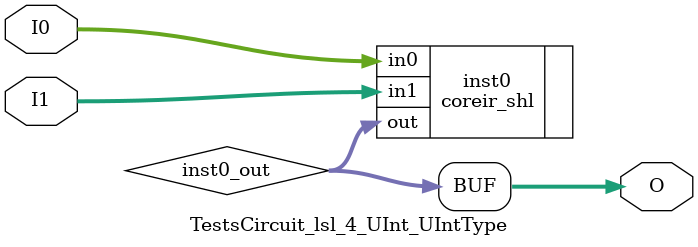
<source format=v>
module TestsCircuit_lsl_4_UInt_UIntType (input [3:0] I0, input [3:0] I1, output [3:0] O);
wire [3:0] inst0_out;
coreir_shl inst0 (.in0(I0), .in1(I1), .out(inst0_out));
assign O = inst0_out;
endmodule


</source>
